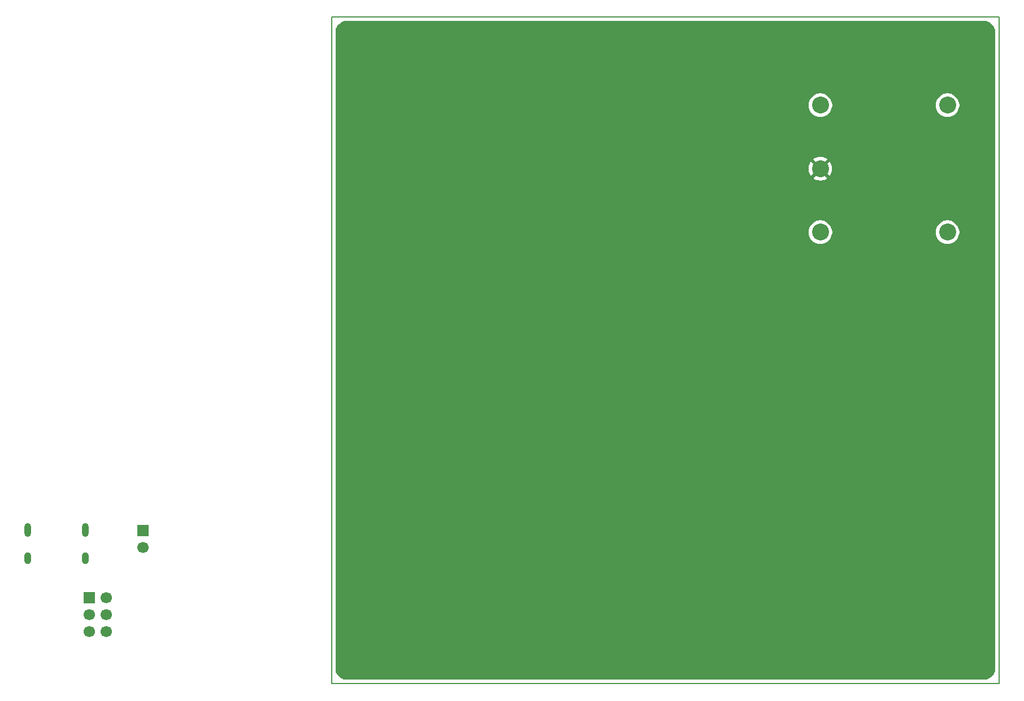
<source format=gbr>
%TF.GenerationSoftware,KiCad,Pcbnew,9.0.4*%
%TF.CreationDate,2025-09-29T16:45:49+02:00*%
%TF.ProjectId,gpsdo,67707364-6f2e-46b6-9963-61645f706362,rev?*%
%TF.SameCoordinates,Original*%
%TF.FileFunction,Copper,L2,Inr*%
%TF.FilePolarity,Positive*%
%FSLAX46Y46*%
G04 Gerber Fmt 4.6, Leading zero omitted, Abs format (unit mm)*
G04 Created by KiCad (PCBNEW 9.0.4) date 2025-09-29 16:45:49*
%MOMM*%
%LPD*%
G01*
G04 APERTURE LIST*
%TA.AperFunction,NonConductor*%
%ADD10C,0.200000*%
%TD*%
%TA.AperFunction,HeatsinkPad*%
%ADD11O,1.000000X2.100000*%
%TD*%
%TA.AperFunction,HeatsinkPad*%
%ADD12O,1.000000X1.800000*%
%TD*%
%TA.AperFunction,ComponentPad*%
%ADD13R,1.700000X1.700000*%
%TD*%
%TA.AperFunction,ComponentPad*%
%ADD14C,1.700000*%
%TD*%
%TA.AperFunction,ComponentPad*%
%ADD15C,2.540000*%
%TD*%
%TA.AperFunction,ViaPad*%
%ADD16C,0.600000*%
%TD*%
G04 APERTURE END LIST*
D10*
X107750000Y-34750000D02*
X207750000Y-34750000D01*
X207750000Y-134750000D01*
X107750000Y-134750000D01*
X107750000Y-34750000D01*
D11*
%TO.N,GND*%
%TO.C,J3*%
X62227500Y-111715000D03*
D12*
X62227500Y-115915000D03*
D11*
X70867500Y-111715000D03*
D12*
X70867500Y-115915000D03*
%TD*%
D13*
%TO.N,VDDA_3V3*%
%TO.C,J2*%
X71427500Y-121840000D03*
D14*
%TO.N,NRST*%
X73967500Y-121840000D03*
%TO.N,SWO*%
X71427500Y-124380000D03*
%TO.N,SWCLK*%
X73967500Y-124380000D03*
%TO.N,SWDIO*%
X71427500Y-126920000D03*
%TO.N,GND*%
X73967500Y-126920000D03*
%TD*%
D13*
%TO.N,PPS_5V*%
%TO.C,J1*%
X79477500Y-111760000D03*
D14*
%TO.N,GND*%
X79477500Y-114300000D03*
%TD*%
D15*
%TO.N,OCXO_Out*%
%TO.C,OSC5A2B1*%
X180975000Y-47975000D03*
%TO.N,GND*%
X180975000Y-57500000D03*
%TO.N,Net-(OSC5A2B1-Vref)*%
X180975000Y-67025000D03*
%TO.N,unconnected-(OSC5A2B1-NC-Pad4)*%
X200025000Y-67025000D03*
%TO.N,VCC_5V*%
X200025000Y-47975000D03*
%TD*%
D16*
%TO.N,GND*%
X116500000Y-79000000D03*
%TD*%
%TA.AperFunction,Conductor*%
%TO.N,GND*%
G36*
X205880778Y-35357081D02*
G01*
X205955797Y-35382546D01*
X206007481Y-35400091D01*
X206022458Y-35406294D01*
X206231799Y-35509529D01*
X206242460Y-35514787D01*
X206256508Y-35522897D01*
X206460464Y-35659177D01*
X206473328Y-35669048D01*
X206657749Y-35830781D01*
X206669218Y-35842250D01*
X206830951Y-36026671D01*
X206840825Y-36039539D01*
X206977102Y-36243492D01*
X206985212Y-36257539D01*
X207093702Y-36477534D01*
X207099909Y-36492519D01*
X207142919Y-36619221D01*
X207149500Y-36659080D01*
X207149500Y-132840918D01*
X207148944Y-132844282D01*
X207149392Y-132846081D01*
X207142919Y-132880777D01*
X207099909Y-133007480D01*
X207093702Y-133022465D01*
X206985212Y-133242460D01*
X206977102Y-133256507D01*
X206840825Y-133460460D01*
X206830951Y-133473328D01*
X206669218Y-133657749D01*
X206657749Y-133669218D01*
X206473328Y-133830951D01*
X206460460Y-133840825D01*
X206256507Y-133977102D01*
X206242460Y-133985212D01*
X206022465Y-134093702D01*
X206007480Y-134099909D01*
X205880779Y-134142919D01*
X205840920Y-134149500D01*
X109659080Y-134149500D01*
X109655714Y-134148944D01*
X109653916Y-134149392D01*
X109619221Y-134142919D01*
X109492519Y-134099909D01*
X109477534Y-134093702D01*
X109257539Y-133985212D01*
X109243492Y-133977102D01*
X109039539Y-133840825D01*
X109026671Y-133830951D01*
X108842250Y-133669218D01*
X108830781Y-133657749D01*
X108669048Y-133473328D01*
X108659174Y-133460460D01*
X108522897Y-133256507D01*
X108514787Y-133242460D01*
X108509529Y-133231799D01*
X108406294Y-133022458D01*
X108400095Y-133007495D01*
X108357079Y-132880774D01*
X108350500Y-132840918D01*
X108350500Y-66908947D01*
X179204500Y-66908947D01*
X179204500Y-67141052D01*
X179234794Y-67371148D01*
X179294862Y-67595328D01*
X179383677Y-67809745D01*
X179383685Y-67809762D01*
X179499720Y-68010743D01*
X179499721Y-68010745D01*
X179641009Y-68194875D01*
X179641015Y-68194882D01*
X179805117Y-68358984D01*
X179805124Y-68358990D01*
X179989254Y-68500278D01*
X179989256Y-68500279D01*
X180190237Y-68616314D01*
X180190240Y-68616315D01*
X180190248Y-68616320D01*
X180404670Y-68705137D01*
X180628851Y-68765206D01*
X180858955Y-68795500D01*
X180858962Y-68795500D01*
X181091038Y-68795500D01*
X181091045Y-68795500D01*
X181321149Y-68765206D01*
X181545330Y-68705137D01*
X181759752Y-68616320D01*
X181960748Y-68500276D01*
X182144877Y-68358989D01*
X182308989Y-68194877D01*
X182450276Y-68010748D01*
X182566320Y-67809752D01*
X182655137Y-67595330D01*
X182715206Y-67371149D01*
X182745500Y-67141045D01*
X182745500Y-66908955D01*
X182745499Y-66908947D01*
X198254500Y-66908947D01*
X198254500Y-67141052D01*
X198284794Y-67371148D01*
X198344862Y-67595328D01*
X198433677Y-67809745D01*
X198433685Y-67809762D01*
X198549720Y-68010743D01*
X198549721Y-68010745D01*
X198691009Y-68194875D01*
X198691015Y-68194882D01*
X198855117Y-68358984D01*
X198855124Y-68358990D01*
X199039254Y-68500278D01*
X199039256Y-68500279D01*
X199240237Y-68616314D01*
X199240240Y-68616315D01*
X199240248Y-68616320D01*
X199454670Y-68705137D01*
X199678851Y-68765206D01*
X199908955Y-68795500D01*
X199908962Y-68795500D01*
X200141038Y-68795500D01*
X200141045Y-68795500D01*
X200371149Y-68765206D01*
X200595330Y-68705137D01*
X200809752Y-68616320D01*
X201010748Y-68500276D01*
X201194877Y-68358989D01*
X201358989Y-68194877D01*
X201500276Y-68010748D01*
X201616320Y-67809752D01*
X201705137Y-67595330D01*
X201765206Y-67371149D01*
X201795500Y-67141045D01*
X201795500Y-66908955D01*
X201765206Y-66678851D01*
X201705137Y-66454670D01*
X201616320Y-66240248D01*
X201616314Y-66240237D01*
X201500279Y-66039256D01*
X201500278Y-66039254D01*
X201358990Y-65855124D01*
X201358984Y-65855117D01*
X201194882Y-65691015D01*
X201194875Y-65691009D01*
X201010745Y-65549721D01*
X201010743Y-65549720D01*
X200809762Y-65433685D01*
X200809754Y-65433681D01*
X200809752Y-65433680D01*
X200595330Y-65344863D01*
X200595331Y-65344863D01*
X200595328Y-65344862D01*
X200453203Y-65306780D01*
X200371149Y-65284794D01*
X200342386Y-65281007D01*
X200141052Y-65254500D01*
X200141045Y-65254500D01*
X199908955Y-65254500D01*
X199908947Y-65254500D01*
X199678851Y-65284794D01*
X199454671Y-65344862D01*
X199240254Y-65433677D01*
X199240237Y-65433685D01*
X199039256Y-65549720D01*
X199039254Y-65549721D01*
X198855124Y-65691009D01*
X198855117Y-65691015D01*
X198691015Y-65855117D01*
X198691009Y-65855124D01*
X198549721Y-66039254D01*
X198549720Y-66039256D01*
X198433685Y-66240237D01*
X198433677Y-66240254D01*
X198344862Y-66454671D01*
X198284794Y-66678851D01*
X198254500Y-66908947D01*
X182745499Y-66908947D01*
X182715206Y-66678851D01*
X182655137Y-66454670D01*
X182566320Y-66240248D01*
X182566314Y-66240237D01*
X182450279Y-66039256D01*
X182450278Y-66039254D01*
X182308990Y-65855124D01*
X182308984Y-65855117D01*
X182144882Y-65691015D01*
X182144875Y-65691009D01*
X181960745Y-65549721D01*
X181960743Y-65549720D01*
X181759762Y-65433685D01*
X181759754Y-65433681D01*
X181759752Y-65433680D01*
X181545330Y-65344863D01*
X181545331Y-65344863D01*
X181545328Y-65344862D01*
X181403203Y-65306780D01*
X181321149Y-65284794D01*
X181292386Y-65281007D01*
X181091052Y-65254500D01*
X181091045Y-65254500D01*
X180858955Y-65254500D01*
X180858947Y-65254500D01*
X180628851Y-65284794D01*
X180404671Y-65344862D01*
X180190254Y-65433677D01*
X180190237Y-65433685D01*
X179989256Y-65549720D01*
X179989254Y-65549721D01*
X179805124Y-65691009D01*
X179805117Y-65691015D01*
X179641015Y-65855117D01*
X179641009Y-65855124D01*
X179499721Y-66039254D01*
X179499720Y-66039256D01*
X179383685Y-66240237D01*
X179383677Y-66240254D01*
X179294862Y-66454671D01*
X179234794Y-66678851D01*
X179204500Y-66908947D01*
X108350500Y-66908947D01*
X108350500Y-57383994D01*
X179205000Y-57383994D01*
X179205000Y-57616005D01*
X179205001Y-57616022D01*
X179235283Y-57846040D01*
X179235286Y-57846053D01*
X179295336Y-58070167D01*
X179384124Y-58284521D01*
X179384132Y-58284538D01*
X179500136Y-58485461D01*
X179500142Y-58485469D01*
X179559117Y-58562327D01*
X180575000Y-57546445D01*
X180575000Y-57552661D01*
X180602259Y-57654394D01*
X180654920Y-57745606D01*
X180729394Y-57820080D01*
X180820606Y-57872741D01*
X180922339Y-57900000D01*
X180928554Y-57900000D01*
X179912671Y-58915881D01*
X179989530Y-58974857D01*
X179989538Y-58974863D01*
X180190461Y-59090867D01*
X180190478Y-59090875D01*
X180404832Y-59179663D01*
X180628946Y-59239713D01*
X180628959Y-59239716D01*
X180858977Y-59269998D01*
X180858995Y-59270000D01*
X181091005Y-59270000D01*
X181091022Y-59269998D01*
X181321040Y-59239716D01*
X181321053Y-59239713D01*
X181545167Y-59179663D01*
X181759521Y-59090875D01*
X181759538Y-59090867D01*
X181960475Y-58974855D01*
X182037327Y-58915883D01*
X182037327Y-58915880D01*
X181021446Y-57900000D01*
X181027661Y-57900000D01*
X181129394Y-57872741D01*
X181220606Y-57820080D01*
X181295080Y-57745606D01*
X181347741Y-57654394D01*
X181375000Y-57552661D01*
X181375000Y-57546447D01*
X182390880Y-58562327D01*
X182390883Y-58562327D01*
X182449855Y-58485475D01*
X182565867Y-58284538D01*
X182565875Y-58284521D01*
X182654663Y-58070167D01*
X182714713Y-57846053D01*
X182714716Y-57846040D01*
X182744998Y-57616022D01*
X182745000Y-57616005D01*
X182745000Y-57383994D01*
X182744998Y-57383977D01*
X182714716Y-57153959D01*
X182714713Y-57153946D01*
X182654663Y-56929832D01*
X182565875Y-56715478D01*
X182565867Y-56715461D01*
X182449863Y-56514538D01*
X182449857Y-56514530D01*
X182390881Y-56437671D01*
X181375000Y-57453552D01*
X181375000Y-57447339D01*
X181347741Y-57345606D01*
X181295080Y-57254394D01*
X181220606Y-57179920D01*
X181129394Y-57127259D01*
X181027661Y-57100000D01*
X181021447Y-57100000D01*
X182037327Y-56084117D01*
X181960469Y-56025142D01*
X181960461Y-56025136D01*
X181759538Y-55909132D01*
X181759521Y-55909124D01*
X181545167Y-55820336D01*
X181321053Y-55760286D01*
X181321040Y-55760283D01*
X181091022Y-55730001D01*
X181091005Y-55730000D01*
X180858995Y-55730000D01*
X180858977Y-55730001D01*
X180628959Y-55760283D01*
X180628946Y-55760286D01*
X180404832Y-55820336D01*
X180190478Y-55909124D01*
X180190461Y-55909132D01*
X179989541Y-56025134D01*
X179989533Y-56025140D01*
X179912671Y-56084116D01*
X179912671Y-56084117D01*
X180928554Y-57100000D01*
X180922339Y-57100000D01*
X180820606Y-57127259D01*
X180729394Y-57179920D01*
X180654920Y-57254394D01*
X180602259Y-57345606D01*
X180575000Y-57447339D01*
X180575000Y-57453553D01*
X179559117Y-56437671D01*
X179559116Y-56437671D01*
X179500140Y-56514533D01*
X179500134Y-56514541D01*
X179384132Y-56715461D01*
X179384124Y-56715478D01*
X179295336Y-56929832D01*
X179235286Y-57153946D01*
X179235283Y-57153959D01*
X179205001Y-57383977D01*
X179205000Y-57383994D01*
X108350500Y-57383994D01*
X108350500Y-47858947D01*
X179204500Y-47858947D01*
X179204500Y-48091052D01*
X179234794Y-48321148D01*
X179294862Y-48545328D01*
X179383677Y-48759745D01*
X179383685Y-48759762D01*
X179499720Y-48960743D01*
X179499721Y-48960745D01*
X179641009Y-49144875D01*
X179641015Y-49144882D01*
X179805117Y-49308984D01*
X179805124Y-49308990D01*
X179989254Y-49450278D01*
X179989256Y-49450279D01*
X180190237Y-49566314D01*
X180190240Y-49566315D01*
X180190248Y-49566320D01*
X180404670Y-49655137D01*
X180628851Y-49715206D01*
X180858955Y-49745500D01*
X180858962Y-49745500D01*
X181091038Y-49745500D01*
X181091045Y-49745500D01*
X181321149Y-49715206D01*
X181545330Y-49655137D01*
X181759752Y-49566320D01*
X181960748Y-49450276D01*
X182144877Y-49308989D01*
X182308989Y-49144877D01*
X182450276Y-48960748D01*
X182566320Y-48759752D01*
X182655137Y-48545330D01*
X182715206Y-48321149D01*
X182745500Y-48091045D01*
X182745500Y-47858955D01*
X182745499Y-47858947D01*
X198254500Y-47858947D01*
X198254500Y-48091052D01*
X198284794Y-48321148D01*
X198344862Y-48545328D01*
X198433677Y-48759745D01*
X198433685Y-48759762D01*
X198549720Y-48960743D01*
X198549721Y-48960745D01*
X198691009Y-49144875D01*
X198691015Y-49144882D01*
X198855117Y-49308984D01*
X198855124Y-49308990D01*
X199039254Y-49450278D01*
X199039256Y-49450279D01*
X199240237Y-49566314D01*
X199240240Y-49566315D01*
X199240248Y-49566320D01*
X199454670Y-49655137D01*
X199678851Y-49715206D01*
X199908955Y-49745500D01*
X199908962Y-49745500D01*
X200141038Y-49745500D01*
X200141045Y-49745500D01*
X200371149Y-49715206D01*
X200595330Y-49655137D01*
X200809752Y-49566320D01*
X201010748Y-49450276D01*
X201194877Y-49308989D01*
X201358989Y-49144877D01*
X201500276Y-48960748D01*
X201616320Y-48759752D01*
X201705137Y-48545330D01*
X201765206Y-48321149D01*
X201795500Y-48091045D01*
X201795500Y-47858955D01*
X201765206Y-47628851D01*
X201705137Y-47404670D01*
X201616320Y-47190248D01*
X201616314Y-47190237D01*
X201500279Y-46989256D01*
X201500278Y-46989254D01*
X201358990Y-46805124D01*
X201358984Y-46805117D01*
X201194882Y-46641015D01*
X201194875Y-46641009D01*
X201010745Y-46499721D01*
X201010743Y-46499720D01*
X200809762Y-46383685D01*
X200809754Y-46383681D01*
X200809752Y-46383680D01*
X200595330Y-46294863D01*
X200595331Y-46294863D01*
X200595328Y-46294862D01*
X200453203Y-46256780D01*
X200371149Y-46234794D01*
X200342386Y-46231007D01*
X200141052Y-46204500D01*
X200141045Y-46204500D01*
X199908955Y-46204500D01*
X199908947Y-46204500D01*
X199678851Y-46234794D01*
X199454671Y-46294862D01*
X199240254Y-46383677D01*
X199240237Y-46383685D01*
X199039256Y-46499720D01*
X199039254Y-46499721D01*
X198855124Y-46641009D01*
X198855117Y-46641015D01*
X198691015Y-46805117D01*
X198691009Y-46805124D01*
X198549721Y-46989254D01*
X198549720Y-46989256D01*
X198433685Y-47190237D01*
X198433677Y-47190254D01*
X198344862Y-47404671D01*
X198284794Y-47628851D01*
X198254500Y-47858947D01*
X182745499Y-47858947D01*
X182715206Y-47628851D01*
X182655137Y-47404670D01*
X182566320Y-47190248D01*
X182566314Y-47190237D01*
X182450279Y-46989256D01*
X182450278Y-46989254D01*
X182308990Y-46805124D01*
X182308984Y-46805117D01*
X182144882Y-46641015D01*
X182144875Y-46641009D01*
X181960745Y-46499721D01*
X181960743Y-46499720D01*
X181759762Y-46383685D01*
X181759754Y-46383681D01*
X181759752Y-46383680D01*
X181545330Y-46294863D01*
X181545331Y-46294863D01*
X181545328Y-46294862D01*
X181403203Y-46256780D01*
X181321149Y-46234794D01*
X181292386Y-46231007D01*
X181091052Y-46204500D01*
X181091045Y-46204500D01*
X180858955Y-46204500D01*
X180858947Y-46204500D01*
X180628851Y-46234794D01*
X180404671Y-46294862D01*
X180190254Y-46383677D01*
X180190237Y-46383685D01*
X179989256Y-46499720D01*
X179989254Y-46499721D01*
X179805124Y-46641009D01*
X179805117Y-46641015D01*
X179641015Y-46805117D01*
X179641009Y-46805124D01*
X179499721Y-46989254D01*
X179499720Y-46989256D01*
X179383685Y-47190237D01*
X179383677Y-47190254D01*
X179294862Y-47404671D01*
X179234794Y-47628851D01*
X179204500Y-47858947D01*
X108350500Y-47858947D01*
X108350500Y-36659080D01*
X108351055Y-36655715D01*
X108350608Y-36653917D01*
X108357081Y-36619222D01*
X108372197Y-36574690D01*
X108400093Y-36492512D01*
X108406291Y-36477547D01*
X108514790Y-36257533D01*
X108522893Y-36243498D01*
X108659182Y-36039527D01*
X108669039Y-36026681D01*
X108830786Y-35842244D01*
X108842244Y-35830786D01*
X109026681Y-35669039D01*
X109039527Y-35659182D01*
X109243498Y-35522893D01*
X109257533Y-35514790D01*
X109477547Y-35406291D01*
X109492512Y-35400093D01*
X109574690Y-35372197D01*
X109619222Y-35357081D01*
X109659080Y-35350500D01*
X205840920Y-35350500D01*
X205880778Y-35357081D01*
G37*
%TD.AperFunction*%
%TD*%
M02*

</source>
